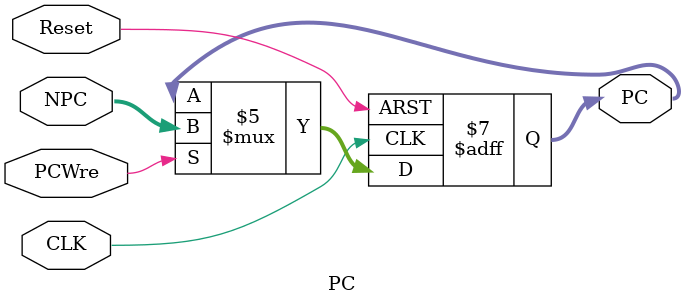
<source format=v>
module PC(CLK,Reset,PCWre,NPC,PC);
    input CLK;                // 时钟
    input Reset;              // 重置信号
    input PCWre;              // PC是否更改，如果为0，PC不更改
    input [31:2] NPC;         // PC指令地址
    output reg[31:2] PC ;         
	initial begin
		PC <= 30'b0000_0000_0000_0000_0011_0000_0000_000;
	end
	
	always@(posedge CLK or posedge Reset)
	 begin
		if (Reset == 1)  PC <= 30'b0000_0000_0000_0000_0011_0000_0000_00;  
		else 
		 begin
			if (PCWre)  PC <= NPC;
			else  PC <= PC;
		 end
	 end
endmodule
</source>
